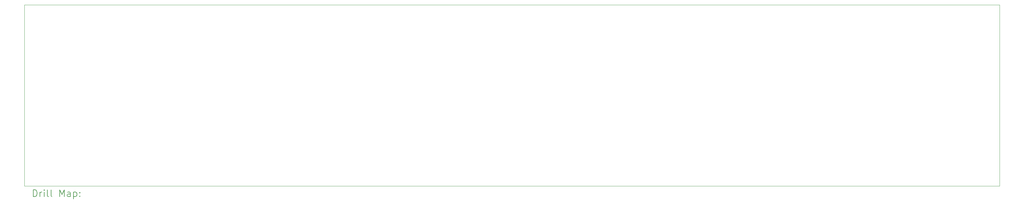
<source format=gbr>
%TF.GenerationSoftware,KiCad,Pcbnew,8.0.6*%
%TF.CreationDate,2024-11-22T20:17:54-05:00*%
%TF.ProjectId,exosuit_modular_board,65786f73-7569-4745-9f6d-6f64756c6172,rev?*%
%TF.SameCoordinates,Original*%
%TF.FileFunction,Drillmap*%
%TF.FilePolarity,Positive*%
%FSLAX45Y45*%
G04 Gerber Fmt 4.5, Leading zero omitted, Abs format (unit mm)*
G04 Created by KiCad (PCBNEW 8.0.6) date 2024-11-22 20:17:54*
%MOMM*%
%LPD*%
G01*
G04 APERTURE LIST*
%ADD10C,0.050000*%
%ADD11C,0.200000*%
G04 APERTURE END LIST*
D10*
X12145000Y-7697500D02*
X40905000Y-7697500D01*
X40905000Y-13065000D01*
X12145000Y-13065000D01*
X12145000Y-7697500D01*
D11*
X12403277Y-13378984D02*
X12403277Y-13178984D01*
X12403277Y-13178984D02*
X12450896Y-13178984D01*
X12450896Y-13178984D02*
X12479467Y-13188508D01*
X12479467Y-13188508D02*
X12498515Y-13207555D01*
X12498515Y-13207555D02*
X12508039Y-13226603D01*
X12508039Y-13226603D02*
X12517562Y-13264698D01*
X12517562Y-13264698D02*
X12517562Y-13293269D01*
X12517562Y-13293269D02*
X12508039Y-13331365D01*
X12508039Y-13331365D02*
X12498515Y-13350412D01*
X12498515Y-13350412D02*
X12479467Y-13369460D01*
X12479467Y-13369460D02*
X12450896Y-13378984D01*
X12450896Y-13378984D02*
X12403277Y-13378984D01*
X12603277Y-13378984D02*
X12603277Y-13245650D01*
X12603277Y-13283746D02*
X12612801Y-13264698D01*
X12612801Y-13264698D02*
X12622324Y-13255174D01*
X12622324Y-13255174D02*
X12641372Y-13245650D01*
X12641372Y-13245650D02*
X12660420Y-13245650D01*
X12727086Y-13378984D02*
X12727086Y-13245650D01*
X12727086Y-13178984D02*
X12717562Y-13188508D01*
X12717562Y-13188508D02*
X12727086Y-13198031D01*
X12727086Y-13198031D02*
X12736610Y-13188508D01*
X12736610Y-13188508D02*
X12727086Y-13178984D01*
X12727086Y-13178984D02*
X12727086Y-13198031D01*
X12850896Y-13378984D02*
X12831848Y-13369460D01*
X12831848Y-13369460D02*
X12822324Y-13350412D01*
X12822324Y-13350412D02*
X12822324Y-13178984D01*
X12955658Y-13378984D02*
X12936610Y-13369460D01*
X12936610Y-13369460D02*
X12927086Y-13350412D01*
X12927086Y-13350412D02*
X12927086Y-13178984D01*
X13184229Y-13378984D02*
X13184229Y-13178984D01*
X13184229Y-13178984D02*
X13250896Y-13321841D01*
X13250896Y-13321841D02*
X13317562Y-13178984D01*
X13317562Y-13178984D02*
X13317562Y-13378984D01*
X13498515Y-13378984D02*
X13498515Y-13274222D01*
X13498515Y-13274222D02*
X13488991Y-13255174D01*
X13488991Y-13255174D02*
X13469943Y-13245650D01*
X13469943Y-13245650D02*
X13431848Y-13245650D01*
X13431848Y-13245650D02*
X13412801Y-13255174D01*
X13498515Y-13369460D02*
X13479467Y-13378984D01*
X13479467Y-13378984D02*
X13431848Y-13378984D01*
X13431848Y-13378984D02*
X13412801Y-13369460D01*
X13412801Y-13369460D02*
X13403277Y-13350412D01*
X13403277Y-13350412D02*
X13403277Y-13331365D01*
X13403277Y-13331365D02*
X13412801Y-13312317D01*
X13412801Y-13312317D02*
X13431848Y-13302793D01*
X13431848Y-13302793D02*
X13479467Y-13302793D01*
X13479467Y-13302793D02*
X13498515Y-13293269D01*
X13593753Y-13245650D02*
X13593753Y-13445650D01*
X13593753Y-13255174D02*
X13612801Y-13245650D01*
X13612801Y-13245650D02*
X13650896Y-13245650D01*
X13650896Y-13245650D02*
X13669943Y-13255174D01*
X13669943Y-13255174D02*
X13679467Y-13264698D01*
X13679467Y-13264698D02*
X13688991Y-13283746D01*
X13688991Y-13283746D02*
X13688991Y-13340888D01*
X13688991Y-13340888D02*
X13679467Y-13359936D01*
X13679467Y-13359936D02*
X13669943Y-13369460D01*
X13669943Y-13369460D02*
X13650896Y-13378984D01*
X13650896Y-13378984D02*
X13612801Y-13378984D01*
X13612801Y-13378984D02*
X13593753Y-13369460D01*
X13774705Y-13359936D02*
X13784229Y-13369460D01*
X13784229Y-13369460D02*
X13774705Y-13378984D01*
X13774705Y-13378984D02*
X13765182Y-13369460D01*
X13765182Y-13369460D02*
X13774705Y-13359936D01*
X13774705Y-13359936D02*
X13774705Y-13378984D01*
X13774705Y-13255174D02*
X13784229Y-13264698D01*
X13784229Y-13264698D02*
X13774705Y-13274222D01*
X13774705Y-13274222D02*
X13765182Y-13264698D01*
X13765182Y-13264698D02*
X13774705Y-13255174D01*
X13774705Y-13255174D02*
X13774705Y-13274222D01*
M02*

</source>
